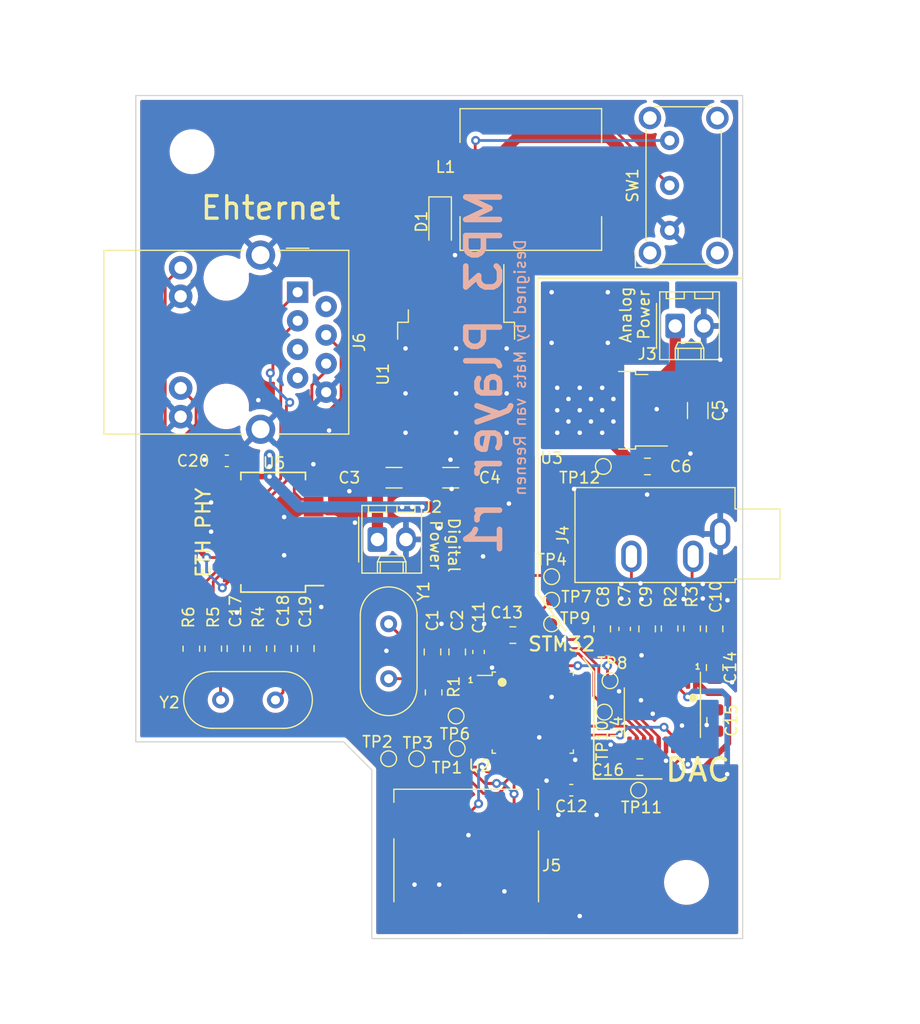
<source format=kicad_pcb>
(kicad_pcb (version 20210108) (generator pcbnew)
  (layers (0 "F.Cu" signal) (31 "B.Cu" signal) (36 "B.SilkS" user "B.Silkscreen") (37 "F.SilkS" user "F.Silkscreen") (38 "B.Mask" user) (39 "F.Mask" user) (44 "Edge.Cuts" user))
  (net 0 "")
  (net 1 "GND")
  (net 2 "Net-(C1-Pad2)")
  (net 3 "+3V3")
  (net 4 "+24V")
  (net 5 "GNDA")
  (net 6 "Net-(C5-Pad1)")
  (net 7 "SPI_ETH_CS")
  (net 8 "Net-(C14-Pad1)")
  (net 9 "Net-(C14-Pad2)")
  (net 10 "Net-(C9-Pad2)")
  (net 11 "Net-(C10-Pad2)")
  (net 12 "SPI_MOSI")
  (net 13 "SPI_MISO")
  (net 14 "SPI_CLK")
  (net 15 "Net-(C2-Pad2)")
  (net 16 "Net-(C15-Pad2)")
  (net 17 "ON{slash}~OFF")
  (net 18 "+3.3VA")
  (net 19 "/I2S3_SCK")
  (net 20 "/I2S3_LRCK")
  (net 21 "/I2S3_BCK")
  (net 22 "/I2S3_SD")
  (net 23 "Net-(C16-Pad2)")
  (net 24 "Net-(D1-Pad1)")
  (net 25 "no_connect_64")
  (net 26 "SD_CS")
  (net 27 "Net-(C17-Pad2)")
  (net 28 "/ETH_OSC1")
  (net 29 "Net-(R2-Pad1)")
  (net 30 "Net-(R3-Pad1)")
  (net 31 "Net-(C19-Pad1)")
  (net 32 "no_connect_53")
  (net 33 "/ETH_T+")
  (net 34 "no_connect_52")
  (net 35 "no_connect_54")
  (net 36 "Net-(U2-Pad18)")
  (net 37 "/ETH_T-")
  (net 38 "no_connect_55")
  (net 39 "Net-(J6-PadL3)")
  (net 40 "Net-(J6-PadL1)")
  (net 41 "/ETH_OSC2")
  (net 42 "/ETH_LEDA")
  (net 43 "/ETH_LEDB")
  (net 44 "no_connect_45")
  (net 45 "no_connect_46")
  (net 46 "no_connect_47")
  (net 47 "no_connect_48")
  (net 48 "no_connect_56")
  (net 49 "no_connect_57")
  (net 50 "no_connect_58")
  (net 51 "no_connect_59")
  (net 52 "no_connect_60")
  (net 53 "no_connect_61")
  (net 54 "no_connect_62")
  (net 55 "no_connect_63")
  (net 56 "Net-(U5-Pad14)")
  (net 57 "/ETH_R+")
  (net 58 "/ETH_R-")
  (net 59 "Net-(R1-Pad2)")
  (net 60 "Net-(TP6-Pad1)")
  (net 61 "no_connect_49")
  (net 62 "no_connect_50")
  (net 63 "no_connect_51")
  (net 64 "Net-(TP7-Pad1)")
  (footprint "Package_SO:SSOP-28_5.3x10.2mm_P0.65mm" (layer "F.Cu") (at 141.224 85.852 180)
    (fp_text reference "U5")
    (fp_text value "ENC28J60x-SS")
  )
  (footprint "Button_Switch_THT:SW_E-Switch_EG1224_SPDT_Angled" (layer "F.Cu") (at 176.5 59 90)
    (fp_text reference "SW1")
    (fp_text value "SW_SPDT")
  )
  (footprint "Capacitor_SMD:C_0603_1608Metric" (layer "F.Cu") (at 159.5 96.5 90)
    (fp_text reference "C11")
    (fp_text value "1u")
  )
  (footprint "Capacitor_SMD:C_0603_1608Metric" (layer "F.Cu") (at 137.1 79.5 180)
    (fp_text reference "C20")
    (fp_text value "1u")
  )
  (footprint "TestPoint:TestPoint_Pad_D1.0mm" (layer "F.Cu") (at 157.6 105.1)
    (fp_text reference "TP1")
    (fp_text value "TestPoint")
  )
  (footprint "Inductor_SMD:L_12x12mm_H8mm" (layer "F.Cu") (at 164.15 54.47 180)
    (fp_text reference "L1")
    (fp_text value "22u")
  )
  (footprint "Resistor_SMD:R_0805_2012Metric" (layer "F.Cu") (at 133.94 96.214 -90)
    (fp_text reference "R6")
    (fp_text value "470R")
  )
  (footprint "MountingHole:MountingHole_3.2mm_M3" (layer "F.Cu") (at 178 117)
    (fp_text reference "H2")
    (fp_text value "MountingHole")
  )
  (footprint "TestPoint:TestPoint_Pad_D1.0mm" (layer "F.Cu") (at 173.736 108.8)
    (fp_text reference "TP11")
    (fp_text value "TestPoint")
  )
  (footprint "TestPoint:TestPoint_Pad_D1.0mm" (layer "F.Cu") (at 151.5 106)
    (fp_text reference "TP2")
    (fp_text value "TestPoint")
  )
  (footprint "Capacitor_SMD:C_0805_2012Metric" (layer "F.Cu") (at 174.5 94.45 90)
    (fp_text reference "C9")
    (fp_text value "10n")
  )
  (footprint "Capacitor_SMD:C_0805_2012Metric" (layer "F.Cu") (at 162.55 95 180)
    (fp_text reference "C13")
    (fp_text value "10u")
  )
  (footprint "Resistor_SMD:R_0805_2012Metric" (layer "F.Cu") (at 155.5 100.1 -90)
    (fp_text reference "R1")
    (fp_text value "R")
  )
  (footprint "Crystal:Crystal_HC49-4H_Vertical" (layer "F.Cu") (at 151.5 94 -90)
    (fp_text reference "Y1")
    (fp_text value "8MHz")
  )
  (footprint "Capacitor_SMD:C_0805_2012Metric" (layer "F.Cu") (at 142.1 96.2 -90)
    (fp_text reference "C18")
    (fp_text value "C")
  )
  (footprint "TestPoint:TestPoint_Pad_D1.0mm" (layer "F.Cu") (at 157.5 102.2)
    (fp_text reference "TP6")
    (fp_text value "TestPoint")
  )
  (footprint "Resistor_SMD:R_0805_2012Metric" (layer "F.Cu") (at 178.5 94.4125 90)
    (fp_text reference "R3")
    (fp_text value "470R")
  )
  (footprint "Capacitor_SMD:C_1206_3216Metric" (layer "F.Cu") (at 151.975 81)
    (fp_text reference "C3")
    (fp_text value "10u@35v")
  )
  (footprint "MountingHole:MountingHole_3.2mm_M3" (layer "F.Cu") (at 134 52)
    (fp_text reference "H1")
    (fp_text value "MountingHole")
  )
  (footprint "TestPoint:TestPoint_Pad_D1.0mm" (layer "F.Cu") (at 166 94)
    (fp_text reference "TP9")
    (fp_text value "TestPoint")
  )
  (footprint "Resistor_SMD:R_0805_2012Metric" (layer "F.Cu") (at 135.89 96.204 -90)
    (fp_text reference "R5")
    (fp_text value "470R")
  )
  (footprint "Capacitor_SMD:C_0805_2012Metric" (layer "F.Cu") (at 180.51 97.89 -90)
    (fp_text reference "C14")
    (fp_text value "2u2")
  )
  (footprint "SDCards:microSD_HC_Hirose_DM3D-SF" (layer "F.Cu") (at 158.4 114.5)
    (fp_text reference "J5")
    (fp_text value "Micro_SD_Card")
  )
  (footprint "TestPoint:TestPoint_Pad_D1.0mm" (layer "F.Cu") (at 171.196 99.06)
    (fp_text reference "TP8")
    (fp_text value "TestPoint")
  )
  (footprint "Capacitor_SMD:C_0805_2012Metric" (layer "F.Cu") (at 157.6 96.5 -90)
    (fp_text reference "C2")
    (fp_text value "C")
  )
  (footprint "Capacitor_SMD:C_0805_2012Metric" (layer "F.Cu") (at 137.868 96.2 -90)
    (fp_text reference "C17")
    (fp_text value "C")
  )
  (footprint "Capacitor_SMD:C_0805_2012Metric" (layer "F.Cu") (at 170.5 94.45 90)
    (fp_text reference "C8")
    (fp_text value "10u")
  )
  (footprint "Connector_Audio:Jack_3.5mm_CUI_SJ1-3533NG_Horizontal" (layer "F.Cu") (at 181 86 -90)
    (fp_text reference "J4")
    (fp_text value "2.5mm Jack")
  )
  (footprint "Package_SO:TSSOP-20_4.4x6.5mm_P0.65mm" (layer "F.Cu") (at 175.855 101.9025 -90)
    (fp_text reference "U4")
    (fp_text value "PCM5102")
  )
  (footprint "Connector_RJ:RJ45_Bel_SI-60062-F" (layer "F.Cu") (at 143.4 64.5 -90)
    (fp_text reference "J6")
    (fp_text value "RJ45_Bel_SI-60062-F")
  )
  (footprint "Crystal:Crystal_HC49-4H_Vertical" (layer "F.Cu") (at 141.424 100.772 180)
    (fp_text reference "Y2")
    (fp_text value "25MHz")
  )
  (footprint "Capacitor_SMD:C_0603_1608Metric" (layer "F.Cu") (at 172.5 94.45 90)
    (fp_text reference "C7")
    (fp_text value "1u")
  )
  (footprint "TestPoint:TestPoint_Pad_D1.0mm" (layer "F.Cu") (at 154 106)
    (fp_text reference "TP3")
    (fp_text value "TestPoint")
  )
  (footprint "Resistor_SMD:R_0805_2012Metric" (layer "F.Cu") (at 176.5 94.4125 90)
    (fp_text reference "R2")
    (fp_text value "470R")
  )
  (footprint "Package_TO_SOT_SMD:TO-252-2" (layer "F.Cu") (at 171 75 180)
    (fp_text reference "U3")
    (fp_text value "LD1086DT33TR")
  )
  (footprint "Capacitor_SMD:C_0805_2012Metric" (layer "F.Cu") (at 174.525 80)
    (fp_text reference "C6")
    (fp_text value "10u")
  )
  (footprint "Capacitor_SMD:C_0805_2012Metric" (layer "F.Cu") (at 180.55 102.6 90)
    (fp_text reference "C15")
    (fp_text value "2u2")
  )
  (footprint "Capacitor_SMD:C_1206_3216Metric" (layer "F.Cu") (at 179 75.025 -90)
    (fp_text reference "C5")
    (fp_text value "10u@35v")
  )
  (footprint "Package_QFP:LQFP-32_7x7mm_P0.8mm" (layer "F.Cu") (at 164.325 101.9)
    (fp_text reference "U2")
    (fp_text value "STM32G431K8T6")
  )
  (footprint "Package_TO_SOT_SMD:TO-263-5_TabPin3" (layer "F.Cu") (at 157.5 70.125 -90)
    (fp_text reference "U1")
    (fp_text value "LM2596S-3.3")
  )
  (footprint "TestPoint:TestPoint_Pad_D1.0mm" (layer "F.Cu") (at 170.688 101.854)
    (fp_text reference "TP10")
    (fp_text value "TestPoint")
  )
  (footprint "Capacitor_SMD:C_0805_2012Metric" (layer "F.Cu") (at 180.5 94.45 90)
    (fp_text reference "C10")
    (fp_text value "10n")
  )
  (footprint "Resistor_SMD:R_0805_2012Metric" (layer "F.Cu") (at 139.9 96.2 90)
    (fp_text reference "R4")
    (fp_text value "R")
  )
  (footprint "TestPoint:TestPoint_Pad_D1.0mm" (layer "F.Cu") (at 170.6 80)
    (fp_text reference "TP12")
    (fp_text value "TestPoint")
  )
  (footprint "TestPoint:TestPoint_Pad_D1.0mm" (layer "F.Cu") (at 166 91.9)
    (fp_text reference "TP7")
    (fp_text value "TestPoint")
  )
  (footprint "Capacitor_SMD:C_0805_2012Metric" (layer "F.Cu") (at 144.128 96.194 -90)
    (fp_text reference "C19")
    (fp_text value "10u")
  )
  (footprint "Diode_SMD:D_SOD-123F" (layer "F.Cu") (at 156.08 58.22 -90)
    (fp_text reference "D1")
    (fp_text value "40V")
  )
  (footprint "Capacitor_SMD:C_0805_2012Metric" (layer "F.Cu") (at 173.85 106.75)
    (fp_text reference "C16")
    (fp_text value "100n")
  )
  (footprint "Connector_Molex:Molex_KK-254_AE-6410-02A_1x02_P2.54mm_Vertical" (layer "F.Cu") (at 150.5 86.5)
    (fp_text reference "J2")
    (fp_text value "24V in")
  )
  (footprint "Capacitor_SMD:C_0603_1608Metric" (layer "F.Cu") (at 167.75 108.8 180)
    (fp_text reference "C12")
    (fp_text value "1u")
  )
  (footprint "Connector_Molex:Molex_KK-254_AE-6410-02A_1x02_P2.54mm_Vertical" (layer "F.Cu") (at 177 67.5)
    (fp_text reference "J3")
    (fp_text value "Analog power")
  )
  (footprint "TestPoint:TestPoint_Pad_D1.0mm" (layer "F.Cu") (at 166 89.8)
    (fp_text reference "TP4")
    (fp_text value "TestPoint")
  )
  (footprint "Capacitor_SMD:C_0805_2012Metric" (layer "F.Cu") (at 155.4 96.5 -90)
    (fp_text reference "C1")
    (fp_text value "C")
  )
  (footprint "Capacitor_SMD:C_1206_3216Metric" (layer "F.Cu") (at 157.025 81 180)
    (fp_text reference "C4")
    (fp_text value "220u")
  )
  (gr_line (start 169.75 107.8) (end 175.8 107.8) (layer "F.SilkS") (width 0.15))
  (gr_line (start 169.75 98.25) (end 169.75 107.8) (layer "F.SilkS") (width 0.15))
  (gr_circle (center 161.6 99.2) (end 161.8 99.2) (layer "F.SilkS") (width 0.4) (fill none))
  (gr_line (start 183 63.25) (end 164.75 63.25) (layer "F.SilkS") (width 0.15))
  (gr_line (start 164.75 91.25) (end 167.2 94.6) (layer "F.SilkS") (width 0.15))
  (gr_circle (center 178.6 100.6) (end 178.8 100.6) (layer "F.SilkS") (width 0.4) (fill none))
  (gr_line (start 164.75 63.25) (end 164.75 91.25) (layer "F.SilkS") (width 0.15))
  (gr_line (start 168.8 97) (end 169.75 98.25) (layer "F.SilkS") (width 0.15))
  (gr_line (start 129 104.5) (end 129 47) (layer "Edge.Cuts") (width 0.1))
  (gr_line (start 150 122) (end 150 107) (layer "Edge.Cuts") (width 0.1))
  (gr_line (start 183 122) (end 150 122) (layer "Edge.Cuts") (width 0.1))
  (gr_line (start 129 47) (end 183 47) (layer "Edge.Cuts") (width 0.1))
  (gr_line (start 150 107) (end 147.5 104.5) (layer "Edge.Cuts") (width 0.1))
  (gr_line (start 147.5 104.5) (end 129 104.5) (layer "Edge.Cuts") (width 0.1))
  (gr_line (start 183 47) (end 183 122) (layer "Edge.Cuts") (width 0.1))
  (gr_text "MP3 Player r1\n" (at 160 71.6 90) (layer "B.SilkS") (effects (font (size 3 3) (thickness 0.5)) (justify mirror)))
  (gr_text "Designed by Mats van Reenen" (at 163.2 71.2 90) (layer "B.SilkS") (effects (font (size 1 1)) (justify mirror)))
  (gr_text "1\n" (at 179 97.8) (layer "F.SilkS") (effects (font (size 0.5 0.5) (thickness 0.125))))
  (gr_text "ETH PHY" (at 135 85.9 90) (layer "F.SilkS") (effects (font (size 1.25 1.25) (thickness 0.2))))
  (gr_text "Ehternet\n" (at 141 57) (layer "F.SilkS") (effects (font (size 2 2) (thickness 0.3))))
  (gr_text "1\n" (at 158.8 99) (layer "F.SilkS") (effects (font (size 0.5 0.5) (thickness 0.125))))
  (gr_text "Analog\nPower" (at 173.4 66.5 90) (layer "F.SilkS") (effects (font (size 1 1))))
  (gr_text "DAC" (at 179 107) (layer "F.SilkS") (effects (font (size 2 2) (thickness 0.3))))
  (gr_text "STM32" (at 166.9 95.8) (layer "F.SilkS") (effects (font (size 1.25 1.25) (thickness 0.2))))
  (gr_text "Digital\nPower" (at 156.5 87 270) (layer "F.SilkS") (effects (font (size 1 1))))
  (segment (start 177.48 99.88) (end 177.48 99.04) (width 0.25) (layer "F.Cu") (net 1))
  (segment (start 144.824 89.427) (end 143.673 89.427) (width 0.25) (layer "F.Cu") (net 1))
  (segment (start 162 68.01) (end 161.98 67.99) (width 1) (layer "F.Cu") (net 1))
  (segment (start 167.1 95.4) (end 168.42282 95.4) (width 0.25) (layer "F.Cu") (net 1))
  (segment (start 168.1 106.1) (end 167.15 106.1) (width 0.5) (layer "F.Cu") (net 1))
  (segment (start 137.624 83.577) (end 136.377 83.577) (width 0.25) (layer "F.Cu") (net 1))
  (segment (start 171.265 104.765) (end 171.25 104.75) (width 0.25) (layer "F.Cu") (net 1))
  (segment (start 171.311592 96.98859) (end 172.93 98.606998) (width 0.25) (layer "F.Cu") (net 1))
  (segment (start 172.93 98.606998) (end 172.93 99.04) (width 0.25) (layer "F.Cu") (net 1))
  (segment (start 167.15 106.1) (end 167.125 106.075) (width 0.5) (layer "F.Cu") (net 1))
  (segment (start 153.45 81) (end 155.55 81) (width 1) (layer "F.Cu") (net 1))
  (segment (start 170.01141 96.98859) (end 171.311592 96.98859) (width 0.25) (layer "F.Cu") (net 1))
  (segment (start 168.42282 95.4) (end 170.01141 96.98859) (width 0.25) (layer "F.Cu") (net 1))
  (segment (start 162 69.5) (end 162 68.01) (width 1) (layer "F.Cu") (net 1))
  (segment (start 157.4 64.25) (end 157.5 64.35) (width 0.5) (layer "F.Cu") (net 1))
  (segment (start 155.875 120.060002) (end 155.875 119.35) (width 0.25) (layer "F.Cu") (net 1))
  (segment (start 153.45 77.45) (end 153 77) (width 1) (layer "F.Cu") (net 1))
  (segment (start 176.18 104.765) (end 176.18 106.18) (width 0.25) (layer "F.Cu") (net 1))
  (segment (start 137.624 83.577) (end 138.823 83.577) (width 0.25) (layer "F.Cu") (net 1))
  (segment (start 157.4 61.2) (end 157.4 64.25) (width 0.5) (layer "F.Cu") (net 1))
  (segment (start 178.1 100.5) (end 177.48 99.88) (width 0.25) (layer "F.Cu") (net 1))
  (segment (start 172.93 104.765) (end 171.265 104.765) (width 0.25) (layer "F.Cu") (net 1))
  (segment (start 153.45 81) (end 153.45 77.45) (width 1) (layer "F.Cu") (net 1))
  (segment (start 172.9 106.75) (end 172.9 104.795) (width 0.25) (layer "F.Cu") (net 1))
  (segment (start 172.9 104.795) (end 172.93 104.765) (width 0.25) (layer "F.Cu") (net 1))
  (via (at 145.5 92.5) (size 0.8) (drill 0.4) (layers "F.Cu" "B.Cu") (net 1))
  (via (at 157.5 77) (size 0.8) (drill 0.4) (layers "F.Cu" "B.Cu") (net 1))
  (via (at 162 73.5) (size 0.8) (drill 0.4) (layers "F.Cu" "B.Cu") (net 1))
  (via (at 178.1 100.5) (size 0.8) (drill 0.4) (layers "F.Cu" "B.Cu") (net 1))
  (via (at 142.2 87.9) (size 0.8) (drill 0.4) (layers "F.Cu" "B.Cu") (net 1))
  (via (at 138 93) (size 0.8) (drill 0.4) (layers "F.Cu" "B.Cu") (net 1))
  (via (at 157.1 82) (size 0.8) (drill 0.4) (layers "F.Cu" "B.Cu") (net 1))
  (via (at 164.9 104.1) (size 0.8) (drill 0.4) (layers "F.Cu" "B.Cu") (net 1))
  (via (at 156.2 94) (size 0.8) (drill 0.4) (layers "F.Cu" "B.Cu") (net 1))
  (via (at 161.8 117.8) (size 0.8) (drill 0.4) (layers "F.Cu" "B.Cu") (net 1))
  (via (at 148 82.2) (size 0.8) (drill 0.4) (layers "F.Cu" "B.Cu") (net 1))
  (via (at 135.7 83.2) (size 0.8) (drill 0.4) (layers "F.Cu" "B.Cu") (net 1))
  (via (at 156 117.2) (size 0.8) (drill 0.4) (layers "F.Cu" "B.Cu") (net 1))
  (via (at 151.3 96.4) (size 0.8) (drill 0.4) (layers "F.Cu" "B.Cu") (net 1))
  (via (at 153.8 117.2) (size 0.8) (drill 0.4) (layers "F.Cu" "B.Cu") (net 1))
  (via (at 135.1 79.4) (size 0.8) (drill 0.4) (layers "F.Cu" "B.Cu") (net 1))
  (via (at 156 85.5) (size 0.8) (drill 0.4) (layers "F.Cu" "B.Cu") (net 1))
  (via (at 162 77) (size 0.8) (drill 0.4) (layers "F.Cu" "B.Cu") (net 1))
  (via (at 166 100.5) (size 0.8) (drill 0.4) (layers "F.Cu" "B.Cu") (net 1))
  (via (at 160.7 97.9) (size 0.8) (drill 0.4) (layers "F.Cu" "B.Cu") (net 1))
  (via (at 144.8 79.8) (size 0.8) (drill 0.4) (layers "F.Cu" "B.Cu") (net 1))
  (via (at 171.25 104.75) (size 0.8) (drill 0.4) (layers "F.Cu" "B.Cu") (net 1))
  (via (at 160 94) (size 0.8) (drill 0.4) (layers "F.Cu" "B.Cu") (net 1))
  (via (at 139.9 74.1) (size 0.8) (drill 0.4) (layers "F.Cu" "B.Cu") (net 1))
  (via (at 146.2 76.8) (size 0.8) (drill 0.4) (layers "F.Cu" "B.Cu") (net 1))
  (via (at 162 69.5) (size 0.8) (drill 0.4) (layers "F.Cu" "B.Cu") (net 1))
  (via (at 167.1 95.4) (size 0.8) (drill 0.4) (layers "F.Cu" "B.Cu") (net 1))
  (via (at 157.4 61.2) (size 0.8) (drill 0.4) (layers "F.Cu" "B.Cu") (net 1))
  (via (at 168.1 106.1) (size 0.8) (drill 0.4) (layers "F.Cu" "B.Cu") (net 1))
  (via (at 168.5 120) (size 0.8) (drill 0.4) (layers "F.Cu" "B.Cu") (net 1))
  (via (at 165.55 107.95) (size 0.8) (drill 0.4) (layers "F.Cu" "B.Cu") (net 1))
  (via (at 148.5 85) (size 0.8) (drill 0.4) (layers "F.Cu" "B.Cu") (net 1))
  (via (at 142.2 84.5) (size 0.8) (drill 0.4) (layers "F.Cu" "B.Cu") (net 1))
  (via (at 157 79.4) (size 0.8) (drill 0.4) (layers "F.Cu" "B.Cu") (net 1))
  (via (at 153 77) (size 0.8) (drill 0.4) (layers "F.Cu" "B.Cu") (net 1))
  (via (at 157.5 73.5) (size 0.8) (drill 0.4) (layers "F.Cu" "B.Cu") (net 1))
  (via (at 153 69.5) (size 0.8) (drill 0.4) (layers "F.Cu" "B.Cu") (net 1))
  (via (at 170 111) (size 0.8) (drill 0.4) (layers "F.Cu" "B.Cu") (net 1))
  (via (at 162.2 83.3) (size 0.8) (drill 0.4) (layers "F.Cu" "B.Cu") (net 1))
  (via (at 157.5 69.5) (size 0.8) (drill 0.4) (layers "F.Cu" "B.Cu") (net 1))
  (via (at 135.7 85.8) (size 0.8) (drill 0.4) (layers "F.Cu" "B.Cu") (net 1))
  (via (at 181.625 107.375) (size 0.8) (drill 0.4) (layers "F.Cu" "B.Cu") (net 1))
  (via (at 153 73.5) (size 0.8) (drill 0.4) (layers "F.Cu" "B.Cu") (net 1))
  (via (at 166.6 111) (size 0.8) (drill 0.4) (layers "F.Cu" "B.Cu") (net 1))
  (via (at 159.9 88) (size 0.8) (drill 0.4) (layers "F.Cu" "B.Cu") (net 1))
  (via (at 176.18 106.18) (size 0.8) (drill 0.4) (layers "F.Cu" "B.Cu") (net 1))
  (via (at 158.6 112.8) (size 0.8) (drill 0.4) (layers "F.Cu" "B.Cu") (net 1))
  (segment (start 178.1 100.5) (end 178.6 100) (width 0.5) (layer "B.Cu") (net 1))
  (segment (start 181.15 100) (end 181.625 100.475) (width 0.5) (layer "B.Cu") (net 1))
  (segment (start 181.625 100.475) (end 181.625 107.375) (width 0.5) (layer "B.Cu") (net 1))
  (segment (start 178.6 100) (end 181.15 100) (width 0.5) (layer "B.Cu") (net 1))
  (segment (start 155.255 98.88) (end 155.5 99.125) (width 0.25) (layer "F.Cu") (net 2))
  (segment (start 151.5 98.88) (end 155.255 98.88) (width 0.25) (layer "F.Cu") (net 2))
  (segment (start 155.5 97.45) (end 155.5 99.125) (width 0.25) (layer "F.Cu") (net 2))
  (segment (start 157.2 83.6) (end 154.5 83.6) (width 1) (layer "F.Cu") (net 3))
  (segment (start 140.9 79) (end 140.9 80.9) (width 1) (layer "F.Cu") (net 3))
  (segment (start 137.624 84.227) (end 137.624 84.877) (width 0.25) (layer "F.Cu") (net 3))
  (segment (start 134 81.6) (end 134 84.2) (width 0.5) (layer "F.Cu") (net 3))
  (segment (start 155.21 54.47) (end 159.2 54.47) (width 1) (layer "F.Cu") (net 3))
  (segment (start 159.5 97.45) (end 160.77499 96.17501) (width 0.5) (layer "F.Cu") (net 3))
  (segment (start 181.72501 104.632992) (end 176.441991 109.916011) (width 0.5) (layer "F.Cu") (net 3))
  (segment (start 163.60001 63.10999) (end 167.22 59.49) (width 1) (layer "F.Cu") (net 3))
  (segment (start 168.950011 106.950011) (end 168.950011 108.374989) (width 0.5) (layer "F.Cu") (net 3))
  (segment (start 138.2 80.9) (end 137.9 80.6) (width 0.5) (layer "F.Cu") (net 3))
  (segment (start 159.1 83.7) (end 163.5 88.1) (width 1) (layer "F.Cu") (net 3))
  (segment (start 168.7 109.6) (end 168.7 110.2) (width 0.5) (layer "F.Cu") (net 3))
  (segment (start 164.1 89.7) (end 163.5 90.3) (width 0.25) (layer "F.Cu") (net 3))
  (segment (start 166 89.7) (end 164.1 89.7) (width 0.25) (layer "F.Cu") (net 3))
  (segment (start 166.318399 103.281601) (end 167.736798 104.7) (width 0.5) (layer "F.Cu") (net 3))
  (segment (start 158.664999 121.175001) (end 158.275 120.785002) (width 0.5) (layer "F.Cu") (net 3))
  (segment (start 168.732022 110.2) (end 168.7 110.2) (width 0.5) (layer "F.Cu") (net 3))
  (segment (start 159.2 51.04) (end 159.2 54.47) (width 0.25) (layer "F.Cu") (net 3))
  (segment (start 155.8 62.21002) (end 154.49 60.90002) (width 1) (layer "F.Cu") (net 3))
  (segment (start 158.5 83.1) (end 158 83.6) (width 1) (layer "F.Cu") (net 3))
  (segment (start 169.016011 109.916011) (end 168.732022 110.2) (width 0.5) (layer "F.Cu") (net 3))
  (segment (start 168.950011 105.150011) (end 168.950011 106.950011) (width 0.5) (layer "F.Cu") (net 3))
  (segment (start 166.325 103.288202) (end 166.318399 103.281601) (width 0.5) (layer "F.Cu") (net 3))
  (segment (start 134 84.2) (end 134 86.8) (width 0.5) (layer "F.Cu") (net 3))
  (segment (start 163.60001 78.489954) (end 163.60001 63.10999) (width 1) (layer "F.Cu") (net 3))
  (segment (start 157.2 83.6) (end 159 83.6) (width 1) (layer "F.Cu") (net 3))
  (segment (start 181.72501 100.57501) (end 181.72501 104.632992) (width 0.5) (layer "F.Cu") (net 3))
  (segment (start 181.72501 100.57501) (end 181.72501 101.110044) (width 0.5) (layer "F.Cu") (net 3))
  (segment (start 167.22 59.49) (end 170.33 59.49) (width 1) (layer "F.Cu") (net 3))
  (segment (start 154.5 83.6) (end 153.6 83.6) (width 1) (layer "F.Cu") (net 3))
  (segment (start 164.1 89.7) (end 163.5 89.1) (width 0.25) (layer "F.Cu") (net 3))
  (segment (start 178.78 99.04) (end 179.91 100.17) (width 0.5) (layer "F.Cu") (net 3))
  (segment (start 168.7 110.2) (end 168.7 117.360002) (width 0.5) (layer "F.Cu") (net 3))
  (segment (start 171.96 57.86) (end 171.96 51.62) (width 1) (layer "F.Cu") (net 3))
  (segment (start 134.027 84.227) (end 134 84.2) (width 0.25) (layer "F.Cu") (net 3))
  (segment (start 137.9 79.525) (end 137.875 79.5) (width 0.5) (layer "F.Cu") (net 3))
  (segment (start 137.9 80.648) (end 137.624 80.924) (width 0.5) (layer "F.Cu") (net 3))
  (segment (start 162.32499 96.17501) (end 163.5 95) (width 0.5) (layer "F.Cu") (net 3))
  (segment (start 159.5 98.4) (end 159.5 98.45) (width 0.5) (layer "F.Cu") (net 3))
  (segment (start 137.9 80.6) (end 137.9 80.648) (width 0.5) (layer "F.Cu") (net 3))
  (segment (start 157.85001 54.30001) (end 158.1 54.55) (width 0.25) (layer "F.Cu") (net 3))
  (segment (start 179.91 100.17) (end 181.32 100.17) (width 0.5) (layer "F.Cu") (net 3))
  (segment (start 168.950011 108.374989) (end 168.525 108.8) (width 0.5) (layer "F.Cu") (net 3))
  (segment (start 176.441991 109.916011) (end 169.016011 109.916011) (width 0.5) (layer "F.Cu") (net 3))
  (segment (start 163.386809 100.350011) (end 166.318399 103.281601) (width 0.5) (layer "F.Cu") (net 3))
  (segment (start 162.136798 99.1) (end 163.386809 100.350011) (width 0.5) (layer "F.Cu") (net 3))
  (segment (start 137.624 88.127) (end 137.597 88.1) (width 0.25) (layer "F.Cu") (net 3))
  (segment (start 161.089964 81) (end 163.60001 78.489954) (width 1) (layer "F.Cu") (net 3))
  (segment (start 181.32 100.17) (end 181.72501 100.57501) (width 0.5) (layer "F.Cu") (net 3))
  (segment (start 168.7 117.360002) (end 164.885001 121.175001) (width 0.5) (layer "F.Cu") (net 3))
  (segment (start 163.5 88.1) (end 163.5 89) (width 1) (layer "F.Cu") (net 3))
  (segment (start 171.96 51.62) (end 171.06 50.72) (width 1) (layer "F.Cu") (net 3))
  (segment (start 154.49 60.90002) (end 154.49 55.19) (width 1) (layer "F.Cu") (net 3))
  (segment (start 163.5 89.1) (end 163.5 89) (width 0.25) (layer "F.Cu") (net 3))
  (segment (start 158.5 81) (end 158.5 83.1) (width 1) (layer "F.Cu") (net 3))
  (segment (start 158.275 120.785002) (end 158.275 119.85) (width 0.5) (layer "F.Cu") (net 3))
  (segment (start 153.6 83.6) (end 152.7 83.6) (width 1) (layer "F.Cu") (net 3))
  (segment (start 168.5 104.7) (end 168.950011 105.150011) (width 0.5) (layer "F.Cu") (net 3))
  (segment (start 137.624 81.627) (end 137.624 80.924) (width 0.5) (layer "F.Cu") (net 3))
  (segment (start 137.624 84.227) (end 134.027 84.227) (width 0.25) (layer "F.Cu") (net 3))
  (segment (start 166.325 106.075) (end 166.325 103.288202) (width 0.5) (layer "F.Cu") (net 3))
  (segment (start 163.5 89) (end 163.5 95) (width 1) (layer "F.Cu") (net 3))
  (segment (start 137.423 90.077) (end 136.7 90.8) (width 0.25) (layer "F.Cu") (net 3))
  (segment (start 160.15 99.1) (end 162.136798 99.1) (width 0.5) (layer "F.Cu") (net 3))
  (segment (start 159.5 97.45) (end 159.5 98.4) (width 0.5) (layer "F.Cu") (net 3))
  (segment (start 137.9 80.6) (end 137.9 79.525) (width 0.5) (layer "F.Cu") (net 3))
  (segment (start 134.7 80.9) (end 134 81.6) (width 0.5) (layer "F.Cu") (net 3))
  (segment (start 167.736798 104.7) (end 168.5 104.7) (width 0.5) (layer "F.Cu") (net 3))
  (segment (start 160.77499 96.17501) (end 162.32499 96.17501) (width 0.5) (layer "F.Cu") (net 3))
  (segment (start 154.49 55.19) (end 155.21 54.47) (width 1) (layer "F.Cu") (net 3))
  (segment (start 137.597 88.1) (end 135.3 88.1) (width 0.25) (layer "F.Cu") (net 3))
  (segment (start 137.624 90.077) (end 137.423 90.077) (width 0.25) (layer "F.Cu") (net 3))
  (segment (start 159.24 51) (end 159.2 51.04) (width 0.25) (layer "F.Cu") (net 3))
  (segment (start 168.950011 107.200011) (end 168.950011 106.950011) (width 0.5) (layer "F.Cu") (net 3))
  (segment (start 169.016011 109.916011) (end 168.7 109.6) (width 0.5) (layer "F.Cu") (net 3))
  (segment (start 138.2 80.9) (end 134.7 80.9) (width 0.5) (layer "F.Cu") (net 3))
  (segment (start 168.7 108.8) (end 168.7 109.6) (width 0.5) (layer "F.Cu") (net 3))
  (segment (start 158.5 83.1) (end 159.1 83.7) (width 1) (layer "F.Cu") (net 3))
  (segment (start 155.8 64.35) (end 155.8 62.21002) (width 1) (layer "F.Cu") (net 3))
  (segment (start 171.06 50.72) (end 162.95 50.72) (width 1) (layer "F.Cu") (net 3))
  (segment (start 138.2 80.9) (end 138.4 80.9) (width 0.5) (layer "F.Cu") (net 3))
  (segment (start 140.9 80.9) (end 138.4 80.9) (width 0.5) (layer "F.Cu") (net 3))
  (segment (start 134 86.8) (end 135.3 88.1) (width 0.5) (layer "F.Cu") (net 3))
  (segment (start 159.5 98.45) (end 160.15 99.1) (width 0.5) (layer "F.Cu") (net 3))
  (segment (start 170.33 59.49) (end 171.96 57.86) (width 1) (layer "F.Cu") (net 3))
  (segment (start 162.95 50.72) (end 159.2 54.47) (width 1) (layer "F.Cu") (net 3))
  (segment (start 158.5 81) (end 161.089964 81) (width 1) (layer "F.Cu") (net 3))
  (segment (start 164.885001 121.175001) (end 158.664999 121.175001) (width 0.5) (layer "F.Cu") (net 3))
  (via (at 135.3 88.1) (size 0.8) (drill 0.4) (layers "F.Cu" "B.Cu") (net 3))
  (via (at 140.9 79) (size 0.8) (drill 0.4) (layers "F.Cu" "B.Cu") (net 3))
  (via (at 159.24 51) (size 0.8) (drill 0.4) (layers "F.Cu" "B.Cu") (net 3))
  (via (at 152.7 83.6) (size 0.8) (drill 0.4) (layers "F.Cu" "B.Cu") (net 3))
  (via (at 140.9 80) (size 0.8) (drill 0.4) (layers "F.Cu" "B.Cu") (net 3))
  (via (at 136.7 90.8) (size 0.8) (drill 0.4) (layers "F.Cu" "B.Cu") (net 3))
  (via (at 153.6 83.6) (size 0.8) (drill 0.4) (layers "F.Cu" "B.Cu") (net 3))
  (via (at 154.5 83.6) (size 0.8) (drill 0.4) (layers "F.Cu" "B.Cu") (net 3))
  (via (at 140.9 80.9) (size 0.8) (drill 0.4) (layers "F.Cu" "B.Cu") (net 3))
  (segment (start 143.5 83.6) (end 140.9 81) (width 1) (layer "B.Cu") (net 3))
  (segment (start 140.9 80) (end 140.9 79.5) (width 1) (layer "B.Cu") (net 3))
  (segment (start 140.9 79.5) (end 140.9 79) (width 1) (layer "B.Cu") (net 3))
  (segment (start 176.5 51) (end 159.24 51) (width 0.25) (layer "B.Cu") (net 3))
  (segment (start 154.5 83.6) (end 143.5 83.6) (width 1) (layer "B.Cu") (net 3))
  (segment (start 140.9 80.9) (end 140.9 80.5) (width 1) (layer "B.Cu") (net 3))
  (segment (start 135.3 89.4) (end 135.3 88.1) (width 0.25) (layer "B.Cu") (net 3))
  (segment (start 140.9 80.5) (end 140.9 80) (width 1) (layer "B.Cu") (net 3))
  (segment (start 136.7 90.8) (end 135.3 89.4) (width 0.25) (layer "B.Cu") (net 3))
  (segment (start 140.9 81) (end 140.9 80.9) (width 1) (layer "B.Cu") (net 3))
  (segment (start 159.24 51) (end 159.2 51) (width 0.25) (layer "B.Cu") (net 3))
  (segment (start 160.039954 67.35001) (end 160.9 66.489964) (width 1) (layer "F.Cu") (net 4))
  (segment (start 150.5 81) (end 150.5 69.410036) (width 1) (layer "F.Cu") (net 4))
  (segment (start 152.560026 67.35001) (end 160.039954 67.35001) (width 1) (layer "F.Cu") (net 4))
  (segment (start 150.5 86.5) (end 150.5 81) (width 1) (layer "F.Cu") (net 4))
  (segment (start 160.9 66.489964) (end 160.9 64.35) (width 1) (layer "F.Cu") (net 4))
  (segment (start 150.5 69.410036) (end 152.560026 67.35001) (width 1) (layer "F.Cu") (net 4))
  (segment (start 172.6 93.5) (end 174.5 95.4) (width 0.5) (layer "F.Cu") (net 5))
  (segment (start 178.13 103.58) (end 177.6 103.05) (width 0.25) (layer "F.Cu") (net 5))
  (segment (start 171.5 93.8) (end 171.55 93.8) (width 0.25) (layer "F.Cu") (net 5))
  (segment (start 178.13 104.765) (end 178.13 103.58) (width 0.25) (layer "F.Cu") (net 5))
  (segment (start 178.13 104.765) (end 178.13 106.5) (width 0.5) (layer "F.Cu") (net 5))
  (segment (start 179.8 103) (end 180 103) (width 0.25) (layer "F.Cu") (net 5))
  (segment (start 173.58 99.04) (end 173.58 100.43) (width 0.25) (layer "F.Cu") (net 5))
  (segment (start 177.6 103.05) (end 177.975 103.425) (width 0.5) (layer "F.Cu") (net 5))
  (segment (start 171.9 93.6) (end 171.7 93.4) (width 0.25) (layer "F.Cu") (net 5))
  (segment (start 173.58 100.43) (end 173.95 100.8) (width 0.25) (layer "F.Cu") (net 5))
  (segment (start 172.5 93.5) (end 172.6 93.5) (width 0.5) (layer "F.Cu") (net 5))
  (segment (start 171.35 93.65) (end 171.5 93.8) (width 0.25) (layer "F.Cu") (net 5))
  (segment (start 180 103) (end 180.55 103.55) (width 0.25) (layer "F.Cu") (net 5))
  (via (at 181 70.5) (size 0.8) (drill 0.4) (layers "F.Cu" "B.Cu") (net 5))
  (via (at 174 96.8) (size 0.8) (drill 0.4) (layers "F.Cu" "B.Cu") (net 5))
  (via (at 179.45 91.75) (size 0.8) (drill 0.4) (layers "F.Cu" "B.Cu") (net 5))
  (via (at 173.95 100.8) (size 0.8) (drill 0.4) (layers "F.Cu" "B.Cu") (net 5))
  (via (at 179.45 90.45) (size 0.8) (drill 0.4) (layers "F.Cu" "B.Cu") (net 5))
  (via (at 172.2 90.45) (size 0.8) (drill 0.4) (layers "F.Cu" "B.Cu") (net 5))
  (via (at 174.5 82.5) (size 0.8) (drill 0.4) (layers "F.Cu" "B.Cu") (net 5))
  (via (at 182.05 99.2) (size 0.8) (drill 0.4) (layers "F.Cu" "B.Cu") (net 5))
  (via (at 177.75 91.8) (size 0.8) (drill 0.4) (layers "F.Cu" "B.Cu") (net 5))
  (via (at 177.75 90.5) (size 0.8) (drill 0.4) (layers "F.Cu" "B.Cu") (net 5))
  (via (at 174 91.8) (size 0.8) (drill 0.4) (layers "F.Cu" "B.Cu") (net 5))
  (via (at 177.6 103.05) (size 0.8) (drill 0.4) (layers "F.Cu" "B.Cu") (net 5))
  (via (at 175.35 74.9) (size 0.8) (drill 0.4) (layers "F.Cu" "B.Cu") (net 5))
  (via (at 179.8 103) (size 0.8) (drill 0.4) (layers "F.Cu" "B.Cu") (net 5))
  (via (at 178.13 106.5) (size 0.8) (drill 0.4) (layers "F.Cu" "B.Cu") (net 5))
  (via (at 172 100) (size 0.8) (drill 0.4) (layers "F.Cu" "B.Cu") (net 5))
  (via (at 173.9 90.4) (size 0.8) (drill 0.4) (layers "F.Cu" "B.Cu") (net 5))
  (via (at 181.65 91.9) (size 0.8) (drill 0.4) (layers "F.Cu" "B.Cu") (net 5))
  (via (at 181.5 75) (size 0.8) (drill 0.4) (layers "F.Cu" "B.Cu") (net 5))
  (via (at 168 82) (size 0.8) (drill 0.4) (layers "F.Cu" "B.Cu") (net 5))
  (via (at 178.35 78.85) (size 0.8) (drill 0.4) (layers "F.Cu" "B.Cu") (net 5))
  (via (at 172.2 91.75) (size 0.8) (drill 0.4) (layers "F.Cu" "B.Cu") (net 5))
  (via (at 175 102) (size 0.8) (drill 0.4) (layers "F.Cu" "B.Cu") (net 5))
  (segment (start 178.13 106.5) (end 178.13 105.73) (width 0.5) (layer "B.Cu") (net 5))
  (segment (start 179 73.55) (end 177.475 72.025) (width 1) (layer "F.Cu") (net 6))
  (segment (start 175.91 72.01) (end 175.2 72.72) (width 1) (layer "F.Cu") (net 6))
  (segment (start 175.925 72.025) (end 177.475 72.025) (width 1) (layer "F.Cu") (net 6))
  (segment (start 177 71.55) (end 177 70.92) (width 1) (layer "F.Cu") (net 6))
  (segment (start 177 67.5) (end 177 70.92) (width 1) (layer "F.Cu") (net 6))
  (segment (start 175.91 72.01) (end 175.925 72.025) (width 1) (layer "F.Cu") (net 6))
  (segment (start 177 70.92) (end 175.91 72.01) (width 1) (layer "F.Cu") (net 6))
  (segment (start 177.475 72.025) (end 177 71.55) (width 1) (layer "F.Cu") (net 6))
  (segment (start 148.4 86.69) (end 146.587 84.877) (width 0.25) (layer "F.Cu") (net 7))
  (segment (start 148.4 86.69) (end 148.36 86.65) (width 0.25) (layer "F.Cu") (net 7))
  (segment (start 155.521435 103.185011) (end 155.506446 103.2) (width 0.25) (layer "F.Cu") (net 7))
  (segment (start 155.506446 103.2) (end 152.7 103.2) (width 0.25) (layer "F.Cu") (net 7))
  (segment (start 158.685011 103.185011) (end 155.521435 103.185011) (width 0.25) (layer "F.Cu") (net 7))
  (segment (start 148.4 98.9) (end 148.4 86.69) (width 0.25) (layer "F.Cu") (net 7))
  (segment (start 148.4 98.9) (end 152.7 103.2) (width 0.25) (layer "F.Cu") (net 7))
  (segment (start 160.15 103.9) (end 159.4 103.9) (width 0.25) (layer "F.Cu") (net 7))
  (segment (start 159.4 103.9) (end 158.685011 103.185011) (width 0.25) (layer "F.Cu") (net 7))
  (segment (start 146.587 84.877) (end 144.824 84.877) (width 0.25) (layer "F.Cu") (net 7))
  (segment (start 179.95 97.5) (end 180.51 96.94) (width 0.25) (layer "F.Cu") (net 8))
  (segment (start 176.83 98.101462) (end 177.431462 97.5) (width 0.25) (layer "F.Cu") (net 8))
  (segment (start 176.83 99.04) (end 176.83 98.101462) (width 0.25) (layer "F.Cu") (net 8))
  (segment (start 177.431462 97.5) (end 179.95 97.5) (width 0.25) (layer "F.Cu") (net 8))
  (segment (start 179.67749 97.97749) (end 178.45501 97.97749) (width 0.25) (layer "F.Cu") (net 9))
  (segment (start 179.67749 97.97749) (end 180.51 98.81) (width 0.25) (layer "F.Cu") (net 9))
  (segment (start 178.13 98.3025) (end 178.13 99.04) (width 0.25) (layer "F.Cu") (net 9))
  (segment (start 178.45501 97.97749) (end 178.13 98.3025) (width 0.25) (layer "F.Cu") (net 9))
  (segment (start 180.51 98.81) (end 180.51 98.84) (width 0.25) (layer "F.Cu") (net 9))
  (segment (start 174.5 93.5) (end 173.1 92.1) (width 0.25) (layer "F.Cu") (net 10))
  (segment (start 173.1 92.1) (end 173.1 88) (width 0.25) (layer "F.Cu") (net 10))
  (segment (start 173.1 88) (end 173.05 88.05) (width 0.25) (layer "F.Cu") (net 10))
  (segment (start 174.5 93.5) (end 176.5 93.5) (width 0.25) (layer "F.Cu") (net 10))
  (segment (start 178.5 93.5) (end 180.5 93.5) (width 0.25) (layer "F.Cu") (net 11))
  (segment (start 178.6 93.4) (end 178.5 93.5) (width 0.25) (layer "F.Cu") (net 11))
  (segment (start 178.5 88.1) (end 178.5 93.5) (width 0.25) (layer "F.Cu") (net 11))
  (segment (start 178.6 88) (end 178.5 88.1) (width 0.25) (layer "F.Cu") (net 11))
  (segment (start 145.733648 86.177) (end 147.43 87.873352) (width 0.25) (layer "F.Cu") (net 12))
  (segment (start 154.85 104.85) (end 155 105) (width 0.25) (layer "F.Cu") (net 12))
  (segment (start 163.925 106.825) (end 162.66 108.09) (width 0.25) (layer "F.Cu") (net 12))
  (segment (start 147.43 87.873352) (end 147.43 99.33) (width 0.25) (layer "F.Cu") (net 12))
  (segment (start 157.22 107.22) (end 159.09 107.22) (width 0.25) (layer "F.Cu") (net 12))
  (segment (start 163.925 106.075) (end 163.925 106.825) (width 0.25) (layer "F.Cu") (net 12))
  (segment (start 162.66 110.4) (end 159.375 113.685) (width 0.25) (layer "F.Cu") (net 12))
  (segment (start 160.31 108.2) (end 161.1 108.2) (width 0.25) (layer "F.Cu") (net 12))
  (segment (start 160.07 108.2) (end 161.1 108.2) (width 0.25) (layer "F.Cu") (net 12))
  (segment (start 154.85 105.15) (end 154.85 104.85) (width 0.25) (layer "F.Cu") (net 12))
  (segment (start 154.3 104.3) (end 154.85 104.85) (width 0.25) (layer "F.Cu") (net 12))
  (segment (start 155.15 105.15) (end 154.85 105.15) (width 0.25) (layer "F.Cu") (net 12))
  (segment (start 147.43 99.33) (end 152.4 104.3) (width 0.25) (layer "F.Cu") (net 12))
  (segment (start 154.85 105.15) (end 155 105) (width 0.25) (layer "F.Cu") (net 12))
  (segment (start 155 105) (end 155.2 105.2) (width 0.25) (layer "F.Cu") (net 12))
  (segment (start 154 106) (end 154.85 105.15) (width 0.25) (layer "F.Cu") (net 12))
  (segment (start 159.09 107.22) (end 160.07 108.2) (width 0.25) (layer "F.Cu") (net 12))
  (segment (start 155.2 105.2) (end 155.15 105.15) (width 0.25) (layer "F.Cu") (net 12))
  (segment (start 152.4 104.3) (end 154.3 104.3) (width 0.25) (layer "F.Cu") (net 12))
  (segment (start 155.2 105.2) (end 157.22 107.22) (width 0.25) (layer "F.Cu") (net 12))
  (segment (start 162.66 108.09) (end 162.66 109.13) (width 0.25) (layer "F.Cu") (net 12))
  (segment (start 162.66 109.13) (end 162.66 110.4) (width 0.25) (layer "F.Cu") (net 12))
  (segment (start 159.375 113.685) (end 159.375 119.85) (width 0.25) (layer "F.Cu") (net 12))
  (segment (start 144.824 86.177) (end 145.733648 86.177) (width 0.25) (layer "F.Cu") (net 12))
  (via (at 162.66 109.13) (size 0.8) (drill 0.4) (layers "F.Cu" "B.Cu") (net 12))
  (via (at 161.1 108.2) (size 0.8) (drill 0.4) (layers "F.Cu" "B.Cu") (net 12))
  (segment (start 162.66 109.13) (end 161.73 108.2) (width 0.25) (layer "B.Cu") (net 12))
  (segment (start 161.73 108.2) (end 161.1 108.2) (width 0.25) (layer "B.Cu") (net 12))
  (segment (start 161.825011 108.124989) (end 161.825011 108.548006) (width 0.25) (layer "F.Cu") (net 13))
  (segment (start 158.213491 108.513491) (end 158.363492 108.363492) (width 0.25) (layer "F.Cu") (net 13))
  (segment (start 158.363492 108.363492) (end 158.58 108.146983) (width 0.25) (layer "F.Cu") (net 13))
  (segment (start 152.1 105.1) (end 152.25 105.25) (width 0.25) (layer "F.Cu") (net 13))
  (segment (start 152.1 105.4) (end 152.25 105.25) (width 0.25) (layer "F.Cu") (net 13))
  (segment (start 154.08 108.08) (end 153 107) (width 0.25) (layer "F.Cu") (net 13))
  (segment (start 146.92 88.013352) (end 146.92 99.92) (width 0.25) (layer "F.Cu") (net 13))
  (segment (start 158.08 108.08) (end 154.08 108.08) (width 0.25) (layer "F.Cu") (net 13))
  (segment (start 152.1 105.4) (end 152.1 105.1) (width 0.25) (layer "F.Cu") (net 13))
  (segment (start 152.4 105.4) (end 152.1 105.4) (width 0.25) (layer "F.Cu") (net 13))
  (segment (start 154.975 119.85) (end 154.975 111.751983) (width 0.25) (layer "F.Cu") (net 13))
  (segment (start 158.58 108.146983) (end 158.58 108.08) (width 0.25) (layer "F.Cu") (net 13))
  (segment (start 153 107) (end 153 106) (width 0.25) (layer "F.Cu") (net 13))
  (segment (start 144.824 86.827) (end 145.733648 86.827) (width 0.25) (layer "F.Cu") (net 13))
  (segment (start 146.92 99.92) (end 152.1 105.1) (width 0.25) (layer "F.Cu") (net 13))
  (segment (start 158.213491 108.213491) (end 158.213491 108.513491) (width 0.25) (layer "F.Cu") (net 13))
  (segment (start 145.733648 86.827) (end 146.92 88.013352) (width 0.25) (layer "F.Cu") (net 13))
  (segment (start 161.825011 108.548006) (end 161.293017 109.08) (width 0.25) (layer "F.Cu") (net 13))
  (segment (start 159.91 109.08) (end 158.91 108.08) (width 0.25) (layer "F.Cu") (net 13))
  (segment (start 154.975 111.751983) (end 158.213491 108.513491) (width 0.25) (layer "F.Cu") (net 13))
  (segment (start 158.08 108.08) (end 158.2 108.2) (width 0.25) (layer "F.Cu") (net 13))
  (segment (start 158.2 108.2) (end 158.213491 108.213491) (width 0.25) (layer "F.Cu") (net 13))
  (segment (start 163.125 106.075) (end 163.125 106.825) (width 0.25) (layer "F.Cu") (net 13))
  (segment (start 158.91 108.08) (end 158.58 108.08) (width 0.25) (layer "F.Cu") (net 13))
  (segment (start 158.58 108.08) (end 158.08 108.08) (width 0.25) (layer "F.Cu") (net 13))
  (segment (start 158.2 108.2) (end 158.363492 108.363492) (width 0.25) (layer "F.Cu") (net 13))
  (segment (start 161.293017 109.08) (end 159.91 109.08) (width 0.25) (layer "F.Cu") (net 13))
  (segment (start 153 106) (end 152.4 105.4) (width 0.25) (layer "F.Cu") (net 13))
  (segment (start 163.125 106.825) (end 161.825011 108.124989) (width 0.25) (layer "F.Cu") (net 13))
  (segment (start 152.4 105.4) (end 152.25 105.25) (width 0.25) (layer "F.Cu") (net 13))
  (segment (start 151.5 106) (end 152.1 105.4) (width 0.25) (layer "F.Cu") (net 13))
  (segment (start 144.824 85.527) (end 146.387 85.527) (width 0.25) (layer "F.Cu") (net 14))
  (segment (start 156.9 105.8) (end 156.78 105.92) (width 0.25) (layer "F.Cu") (net 14))
  (segment (start 159.5 110) (end 157.175 112.325) (width 0.25) (layer "F.Cu") (net 14))
  (segment (start 156.78 105.92) (end 156.78 106.02) (width 0.25) (layer "F.Cu") (net 14))
  (segment (start 156.88 105.82) (end 156.88 106.12) (width 0.25) (layer "F.Cu") (net 14))
  (segment (start 147.88 99.08) (end 147.94998 99.14998) (width 0.25) (layer "F.Cu") (net 14))
  (segment (start 162.325 106.825) (end 162.325 106.075) (width 0.25) (layer "F.Cu") (net 14))
  (segment (start 159.81 106.74) (end 160.22001 107.15001) (width 0.25) (layer "F.Cu") (net 14))
  (segment (start 157.175 112.325) (end 157.175 114.825) (width 0.25) (layer "F.Cu") (net 14))
  (segment (start 147.88 99.08) (end 152.6 103.8) (width 0.25) (layer "F.Cu") (net 14))
  (segment (start 156.53 105.77) (end 156.78 106.02) (width 0.25) (layer "F.Cu") (net 14))
  (segment (start 157.5 106.74) (end 158.26 106.74) (width 0.25) (layer "F.Cu") (net 14))
  (segment (start 156.78 106.02) (end 156.88 106.12) (width 0.25) (layer "F.Cu") (net 14))
  (segment (start 157.6 105.1) (end 156.9 105.8) (width 0.25) (layer "F.Cu") (net 14))
  (segment (start 152.6 103.8) (end 154.56 103.8) (width 0.25) (layer "F.Cu") (net 14))
  (segment (start 160.22001 107.15001) (end 161.99999 107.15001) (width 0.25) (layer "F.Cu") (net 14))
  (segment (start 156.56 105.8) (end 156.9 105.8) (width 0.25) (layer "F.Cu") (net 14))
  (segment (start 146.387 85.527) (end 147.88 87.02) (width 0.25) (layer "F.Cu") (net 14))
  (segment (start 157.175 112.325) (end 157.175 119.85) (width 0.25) (layer "F.Cu") (net 14))
  (segment (start 147.88 87.02) (end 147.88 99.08) (width 0.25) (layer "F.Cu") (net 14))
  (segment (start 156.53 105.77) (end 156.56 105.8) (width 0.25) (layer "F.Cu") (net 14))
  (segment (start 161.99999 107.15001) (end 162.325 106.825) (width 0.25) (layer "F.Cu") (net 14))
  (segment (start 156.88 106.12) (end 157.5 106.74) (width 0.25) (layer "F.Cu") (net 14))
  (segment (start 156.9 105.8) (end 156.88 105.82) (width 0.25) (layer "F.Cu") (net 14))
  (segment (start 158.26 106.74) (end 159.81 106.74) (width 0.25) (layer "F.Cu") (net 14))
  (segment (start 154.56 103.8) (end 156.53 105.77) (width 0.25) (layer "F.Cu") (net 14))
  (via (at 159.81 106.74) (size 0.8) (drill 0.4) (layers "F.Cu" "B.Cu") (net 14))
  (via (at 159.5 110) (size 0.8) (drill 0.4) (layers "F.Cu" "B.Cu") (net 14))
  (segment (start 159.81 106.74) (end 159.5 107.05) (width 0.25) (layer "B.Cu") (net 14))
  (segment (start 159.5 107.05) (end 159.5 110) (width 0.25) (layer "B.Cu") (net 14))
  (segment (start 151.5 94) (end 154.12499 96.62499) (width 0.25) (layer "F.Cu") (net 15))
  (segment (start 159.450001 99.9) (end 160.15 99.9) (width 0.25) (layer "F.Cu") (net 15))
  (segment (start 154.12499 96.62499) (end 156.67499 96.62499) (width 0.25) (layer "F.Cu") (net 15))
  (segment (start 157.5 97.45) (end 157.5 97.949999) (width 0.25) (layer "F.Cu") (net 15))
  (segment (start 156.67499 96.62499) (end 157.5 97.45) (width 0.25) (layer "F.Cu") (net 15))
  (segment (start 157.5 97.949999) (end 159.450001 99.9) (width 0.25) (layer "F.Cu") (net 15))
  (segment (start 176.18 99.7775) (end 176.2 99.7975) (width 0.25) (layer "F.Cu") (net 16))
  (segment (start 177.1 101.65) (end 180.55 101.65) (width 0.25) (layer "F.Cu") (net 16))
  (segment (start 176.18 99.04) (end 176.18 99.7775) (width 0.25) (layer "F.Cu") (net 16))
  (segment (start 176.2 100.75) (end 177.1 101.65) (width 0.25) (layer "F.Cu") (net 16))
  (segment (start 176.2 99.7975) (end 176.2 100.75) (width 0.25) (layer "F.Cu") (net 16))
  (segment (start 154.1 64.35) (end 154.1 62.1) (width 0.25) (layer "F.Cu") (net 17))
  (segment (start 171.401735 49.894981) (end 176.5 54.993246) (width 0.25) (layer "F.Cu") (net 17))
  (segment (start 153.4 55.113246) (end 158.618266 49.89498) (width 0.25) (layer "F.Cu") (net 17))
  (segment (start 176.5 54.993246) (end 176.5 55) (width 0.25) (layer "F.Cu") (net 17))
  (segment (start 154.1 62.1) (end 153.4 61.4) (width 0.25) (layer "F.Cu") (net 17))
  (segment (start 153.4 61.4) (end 153.4 55.113246) (width 0.25) (layer "F.Cu") (net 17))
  (segment (start 158.618266 49.89498) (end 171.401735 49.894981) (width 0.25) (layer "F.Cu") (net 17))
  (segment (start 174.23 98.174666) (end 174.23 99.04) (width 0.5) (layer "F.Cu") (net 18))
  (segment (start 168 85.05) (end 171.775 81.275) (width 1) (layer "F.Cu") (net 18))
  (segment (start 176.6525 102.2) (end 177.29641 102.2) (width 0.25) (layer "F.Cu") (net 18))
  (segment (start 171.775 81.175) (end 171.775 81.275) (width 0.25) (layer "F.Cu") (net 18))
  (segment (start 170.5 95.4) (end 170.536188 95.4) (width 0.5) (layer "F.Cu") (net 18))
  (segment (start 171.775 81.275) (end 173.05 80) (width 1) (layer "F.Cu") (net 18))
  (segment (start 172.5 95.4) (end 172.5 97.363812) (width 0.5) (layer "F.Cu") (net 18))
  (segment (start 168 93.625) (end 169.775 95.4) (width 1) (layer "F.Cu") (net 18))
  (segment (start 169.775 95.4) (end 170.5 95.4) (width 1) (layer "F.Cu") (net 18))
  (segment (start 178.78 104.22) (end 178.78 102.98) (width 0.5) (layer "F.Cu") (net 18))
  (segment (start 174.23 99.7775) (end 174.72625 100.27375) (width 0.25) (layer "F.Cu") (net 18))
  (segment (start 172.988678 97.85249) (end 173.907824 97.85249) (width 0.5) (layer "F.Cu") (net 18))
  (segment (start 172.568094 97.431906) (end 172.988678 97.85249) (width 0.5) (layer "F.Cu") (net 18))
  (segment (start 174.23 99.04) (end 174.23 99.7775) (width 0.25) (layer "F.Cu") (net 18))
  (segment (start 177.29641 102.2) (end 178 102.2) (width 0.25) (layer "F.Cu") (net 18))
  (segment (start 176.6525 102.2) (end 176.836814 102.2) (width 0.5) (layer "F.Cu") (net 18))
  (segment (start 176.6525 102.2) (end 174.72625 100.27375) (width 0.5) (layer "F.Cu") (net 18))
  (segment (start 173.907824 97.85249) (end 174.23 98.174666) (width 0.5) (layer "F.Cu") (net 18))
  (segment (start 170.5 95.4) (end 172.5 95.4) (width 0.5) (layer "F.Cu") (net 18))
  (segment (start 173.05 80) (end 173.05 79.55) (width 1) (layer "F.Cu") (net 18))
  (segment (start 178.78 102.98) (end 178.15 102.35) (width 0.5) (layer "F.Cu") (net 18))
  (segment (start 172.5 97.363812) (end 172.568094 97.431906) (width 0.5) (layer "F.Cu") (net 18))
  (segment (start 178 102.2) (end 178.15 102.35) (width 0.25) (layer "F.Cu") (net 18))
  (segment (start 168 85.05) (end 168 93.625) (width 1) (layer "F.Cu") (net 18))
  (segment (start 178.78 104.765) (end 178.78 104.22) (width 0.25) (layer "F.Cu") (net 18))
  (segment (start 170.6 80) (end 171.775 81.175) (width 0.25) (layer "F.Cu") (net 18))
  (segment (start 173.05 79.55) (end 170.5 77) (width 1) (layer "F.Cu") (net 18))
  (via (at 167.5 76) (size 0.8) (drill 0.4) (layers "F.Cu" "B.Cu") (net 18))
  (via (at 168.5 77) (size 0.8) (drill 0.4) (layers "F.Cu" "B.Cu") (net 18))
  (via (at 170.5 73) (size 0.8) (drill 0.4) (layers "F.Cu" "B.Cu") (net 18))
  (via (at 166 69) (size 0.8) (drill 0.4) (layers "F.Cu" "B.Cu") (net 18))
  (via (at 168.5 75) (size 0.8) (drill 0.4) (layers "F.Cu" "B.Cu") (net 18))
  (via (at 166.5 75) (size 0.8) (drill 0.4) (layers "F.Cu" "B.Cu") (net 18))
  (via (at 168.5 73) (size 0.8) (drill 0.4) (layers "F.Cu" "B.Cu") (net 18))
  (via (at 170.5 77) (size 0.8) (drill 0.4) (layers "F.Cu" "B.Cu") (net 18))
  (via (at 166 64.5) (size 0.8) (drill 0.4) (layers "F.Cu" "B.Cu") (net 18))
  (via (at 166.5 77) (size 0.8) (drill 0.4) (layers "F.Cu" "B.Cu") (net 18))
  (via (at 171 64.5) (size 0.8) (drill 0.4) (layers "F.Cu" "B.Cu") (net 18))
  (via (at 171.5 74) (size 0.8) (drill 0.4) (layers "F.Cu" "B.Cu") (net 18))
  (via (at 170.5 75) (size 0.8) (drill 0.4) (layers "F.Cu" "B.Cu") (net 18))
  (via (at 169.5 76) (size 0.8) (drill 0.4) (layers "F.Cu" "B.Cu") (net 18))
  (via (at 171.5 76) (size 0.8) (drill 0.4) (layers "F.Cu" "B.Cu") (net 18))
  (via (at 166.5 73) (size 0.8) (drill 0.4) (layers "F.Cu" "B.Cu") (net 18))
  (via (at 167.5 74) (size 0.8) (drill 0.4) (layers "F.Cu" "B.Cu") (net 18))
  (via (at 171 69) (size 0.8) (drill 0.4) (layers "F.Cu" "B.Cu") (net 18))
  (via (at 169.5 74) (size 0.8) (drill 0.4) (layers "F.Cu" "B.Cu") (net 18))
  (segment (start 173.58 104.765) (end 173.58 105.891796) (width 0.25) (layer "F.Cu") (net 19))
  (segment (start 173.58 104.765) (end 173.58 104.0275) (width 0.25) (layer "F.Cu") (net 19))
  (segment (start 173.58 104.0275) (end 172.6525 103.1) (width 0.25) (layer "F.Cu") (net 19))
  (segment (start 172.6525 103.1) (end 168.5 103.1) (width 0.25) (layer "F.Cu") (net 19))
  (segment (start 173.736 106.047796) (end 173.736 108.966) (width 0.25) (layer "F.Cu") (net 19))
  (segment (start 173.58 105.891796) (end 173.736 106.047796) (width 0.25) (layer "F.Cu") (net 19))
  (segment (start 167.125 97.725) (end 168.325 97.725) (width 0.25) (layer "F.Cu") (net 20))
  (segment (start 170.99 99.06) (end 170.975 99.075) (width 0.25) (layer "F.Cu") (net 20))
  (segment (start 170.975 99.075) (end 170.975 97.725) (width 0.25) (layer "F.Cu") (net 20))
  (segment (start 170.975 100.109) (end 170.975 99.075) (width 0.25) (layer "F.Cu") (net 20))
  (segment (start 175.53 104.05468) (end 172.82532 101.35) (width 0.25) (layer "F.Cu") (net 20))
  (segment (start 172.216 101.35) (end 170.975 100.109) (width 0.25) (layer "F.Cu") (net 20))
  (segment (start 175.53 104.765) (end 175.53 104.05468) (width 0.25) (layer "F.Cu") (net 20))
  (segment (start 172.82532 101.35) (end 172.216 101.35) (width 0.25) (layer "F.Cu") (net 20))
  (segment (start 171.196 99.06) (end 170.99 99.06) (width 0.25) (layer "F.Cu") (net 20))
  (via (at 168.325 97.725) (size 0.8) (drill 0.4) (layers "F.Cu" "B.Cu") (net 20))
  (via (at 170.975 97.725) (size 0.8) (drill 0.4) (layers "F.Cu" "B.Cu") (net 20))
  (segment (start 168.325 97.725) (end 170.775 97.725) (width 0.25) (layer "B.Cu") (net 20))
  (segment (start 170.775 97.725) (end 170.975 97.725) (width 0.25) (layer "B.Cu") (net 20))
  (segment (start 166.65001 96.64999) (end 168.39999 96.64999) (width 0.25) (layer "F.Cu") (net 21))
  (segment (start 169.75 100.408) (end 170.971 101.629) (width 0.25) (layer "F.Cu") (net 21))
  (segment (start 169.75 98) (end 169.75 100.408) (width 0.25) (layer "F.Cu") (net 21))
  (segment (start 171.842 102.5) (end 172.7025 102.5) (width 0.25) (layer "F.Cu") (net 21))
  (segment (start 174.23 104.0275) (end 174.23 104.765) (width 0.25) (layer "F.Cu") (net 21))
  (segment (start 170.688 101.854) (end 170.913 101.629) (width 0.25) (layer "F.Cu") (net 21))
  (segment (start 168.39999 96.64999) (end 169.75 98) (width 0.25) (layer "F.Cu") (net 21))
  (segment (start 172.7025 102.5) (end 174.23 104.0275) (width 0.25) (layer "F.Cu") (net 21))
  (segment (start 166.325 96.975) (end 166.65001 96.64999) (width 0.25) (layer "F.Cu") (net 21))
  (segment (start 166.325 97.725) (end 166.325 96.975) (width 0.25) (layer "F.Cu") (net 21))
  (segment (start 170.971 101.629) (end 171.842 102.5) (width 0.25) (layer "F.Cu") (net 21))
  (segment (start 170.913 101.629) (end 170.971 101.629) (width 0.25) (layer "F.Cu") (net 21))
  (segment (start 172.888901 102.049991) (end 174.88 104.04109) (width 0.25) (layer "F.Cu") (net 22))
  (segment (start 174.88 104.04109) (end 174.88 104.765) (width 0.25) (layer "F.Cu") (net 22))
  (segment (start 165.354 96.346) (end 165.267 96.433) (width 0.25) (layer "F.Cu") (net 22))
  (segment (start 166 94) (end 166 95.7) (width 0.25) (layer "F.Cu") (net 22))
  (segment (start 172.279567 102.049991) (end 172.888901 102.049991) (width 0.25) (layer "F.Cu") (net 22))
  (segment (start 170.20001 97.8136) (end 170.20001 99.970434) (width 0.25) (layer "F.Cu") (net 22))
  (segment (start 165.50002 96.19998) (end 166.199981 96.199981) (width 0.25) (layer "F.Cu") (net 22))
  (segment (start 165.267 96.433) (end 165.50002 96.19998) (width 0.25) (layer "F.Cu") (net 22))
  (segment (start 166 95.7) (end 165.50002 96.19998) (width 0.25) (layer "F.Cu") (net 22))
  (segment (start 165.9 95.8) (end 165.9 96) (width 0.25) (layer "F.Cu") (net 22))
  (segment (start 165.9 96) (end 166.099981 96.199981) (width 0.25) (layer "F.Cu") (net 22))
  (segment (start 164.725 97.725) (end 164.725 96.975) (width 0.25) (layer "F.Cu") (net 22))
  (segment (start 168.586391 96.199981) (end 170.20001 97.8136) (width 0.25) (layer "F.Cu") (net 22))
  (segment (start 170.20001 99.970434) (end 172.279567 102.049991) (width 0.25) (layer "F.Cu") (net 22))
  (segment (start 164.725 96.975) (end 165.267 96.433) (width 0.25) (layer "F.Cu") (net 22))
  (segment (start 166.199981 96.199981) (end 168.586391 96.199981) (width 0.25) (layer "F.Cu") (net 22))
  (segment (start 177.48 105.953002) (end 176.18715 107.245852) (width 0.25) (layer "F.Cu") (net 23))
  (segment (start 177.48 105.453556) (end 177.48 105.953002) (width 0.25) (layer "F.Cu") (net 23))
  (segment (start 176.18715 107.245852) (end 175.295852 107.245852) (width 0.25) (layer "F.Cu") (net 23))
  (segment (start 177.48 105.453556) (end 177.48 104.765) (width 0.25) (layer "F.Cu") (net 23))
  (segment (start 175.295852 107.245852) (end 174.8 106.75) (width 0.25) (layer "F.Cu") (net 23))
  (segment (start 159.2 59.94) (end 159.2 62.210036) (width 1) (layer "F.Cu") (net 24))
  (segment (start 163.63 59.94) (end 169.1 54.47) (width 1) (layer "F.Cu") (net 24))
  (segment (start 156.08 56.82) (end 159.2 59.94) (width 1) (layer "F.Cu") (net 24))
  (segment (start 159.2 59.94) (end 163.63 59.94) (width 1) (layer "F.Cu") (net 24))
  (segment (start 159.2 59.94) (end 159.2 64.35) (width 1) (layer "F.Cu") (net 24))
  (segment (start 164.800001 110.085001) (end 164.435003 110.449999) (width 0.25) (layer "F.Cu") (net 26))
  (segment (start 164.725 106.075) (end 164.800001 106.150001) (width 0.25) (layer "F.Cu") (net 26))
  (segment (start 164.800001 106.150001) (end 164.800001 110.085001) (width 0.25) (layer "F.Cu") (net 26))
  (segment (start 163.450001 110.449999) (end 160.475 113.425) (width 0.25) (layer "F.Cu") (net 26))
  (segment (start 164.435003 110.449999) (end 163.450001 110.449999) (width 0.25) (layer "F.Cu") (net 26))
  (segment (start 160.475 113.425) (end 160.475 119.85) (width 0.25) (layer "F.Cu") (net 26))
  (segment (start 139.9 97.1125) (end 137.9055 97.1125) (width 0.25) (layer "F.Cu") (net 27))
  (segment (start 136.544 98.474) (end 136.544 100.772) (width 0.25) (layer "F.Cu") (net 27))
  (segment (start 137.868 97.15) (end 136.544 98.474) (width 0.25) (layer "F.Cu") (net 27))
  (segment (start 137.9055 97.1125) (end 137.868 97.15) (width 0.25) (layer "F.Cu") (net 27))
  (segment (start 142.1 97.15) (end 142.1 100.096) (width 0.25) (layer "F.Cu") (net 28))
  (segment (start 138.533648 86.827) (end 141.04998 89.343332) (width 0.25) (layer "F.Cu") (net 28))
  (segment (start 142.1 100.096) (end 141.424 100.772) (width 0.25) (layer "F.Cu") (net 28))
  (segment (start 137.624 86.827) (end 138.533648 86.827) (width 0.25) (layer "F.Cu") (net 28))
  (segment (start 141.04998 96.09998) (end 142.1 97.15) (width 0.25) (layer "F.Cu") (net 28))
  (segment (start 141.04998 89.343332) (end 141.04998 96.09998) (width 0.25) (layer "F.Cu") (net 28))
  (segment (start 174.88 97.92) (end 176.5 96.3) (width 0.25) (layer "F.Cu") (net 29))
  (segment (start 174.88 99.04) (end 174.88 97.92) (width 0.25) (layer "F.Cu") (net 29))
  (segment (start 176.5 96.3) (end 176.5 95.325) (width 0.25) (layer "F.Cu") (net 29))
  (segment (start 175.53 99.04) (end 175.53 98.3025) (width 0.25) (layer "F.Cu") (net 30))
  (segment (start 178.5 95.3325) (end 178.5 95.325) (width 0.25) (layer "F.Cu") (net 30))
  (segment (start 175.53 98.3025) (end 178.5 95.3325) (width 0.25) (layer "F.Cu") (net 30))
  (segment (start 144.128 90.773) (end 144.128 95.244) (width 0.25) (layer "F.Cu") (net 31))
  (segment (start 144.824 90.077) (end 144.128 90.773) (width 0.25) (layer "F.Cu") (net 31))
  (segment (start 137.624 82.927) (end 139.173 82.927) (width 0.25) (layer "F.Cu") (net 33))
  (segment (start 142.4 81.273889) (end 142.4 74.6) (width 0.25) (layer "F.Cu") (net 33))
  (segment (start 141.2 71.46) (end 141.2 66.7) (width 0.25) (layer "F.Cu") (net 33))
  (segment (start 142.4 74.6) (end 142.7 74.3) (width 0.25) (layer "F.Cu") (net 33))
  (segment (start 140.896869 82.77702) (end 142.4 81.273889) (width 0.25) (layer "F.Cu") (net 33))
  (segment (start 141.2 66.7) (end 143.4 64.5) (width 0.25) (layer "F.Cu") (net 33))
  (segment (start 139.32298 82.77702) (end 140.896869 82.77702) (width 0.25) (layer "F.Cu") (net 33))
  (segment (start 139.173 82.927) (end 139.32298 82.77702) (width 0.25) (layer "F.Cu") (net 33))
  (segment (start 140.97 71.69) (end 141.2 71.46) (width 0.25) (layer "F.Cu") (net 33))
  (via (at 142.7 74.3) (size 0.8) (drill 0.4) (layers "F.Cu" "B.Cu") (net 33))
  (via (at 140.97 71.69) (size 0.8) (drill 0.4) (layers "F.Cu" "B.Cu") (net 33))
  (segment (start 140.97 72.57) (end 142.7 74.3) (width 0.25) (layer "B.Cu") (net 33))
  (segment (start 140.97 71.69) (end 140.97 72.57) (width 0.25) (layer "B.Cu") (net 33))
  (segment (start 176.83 104.765) (end 176.83 104.0275) (width 0.25) (layer "F.Cu") (net 36))
  (segment (start 176.83 104.0275) (end 176.0025 103.2) (width 0.25) (layer "F.Cu") (net 36))
  (segment (start 168.5 103.9) (end 172.1 103.9) (width 0.25) (layer "F.Cu") (net 36))
  (via (at 176.0025 103.2) (size 0.8) (drill 0.4) (layers "F.Cu" "B.Cu") (net 36))
  (via (at 172.1 103.9) (size 0.8) (drill 0.4) (layers "F.Cu" "B.Cu") (net 36))
  (segment (start 172.1 103.9) (end 172.8 103.2) (width 0.25) (layer "B.Cu") (net 36))
  (segment (start 176.0025 103.2) (end 173 103.2) (width 0.25) (layer "B.Cu") (net 36))
  (segment (start 172.8 103.2) (end 173 103.2) (width 0.25) (layer "B.Cu") (net 36))
  (segment (start 137.624 82.277) (end 140.689754 82.277) (width 0.25) (layer "F.Cu") (net 37))
  (segment (start 141.9 68.54) (end 143.4 67.04) (width 0.25) (layer "F.Cu") (net 37))
  (segment (start 141.9 81.066754) (end 141.9 68.54) (width 0.25) (layer "F.Cu") (net 37))
  (segment (start 140.689754 82.277) (end 141.9 81.066754) (width 0.25) (layer "F.Cu") (net 37))
  (segment (start 135.89 97.1165) (end 135.89 96.604001) (width 0.25) (layer "F.Cu") (net 39))
  (segment (start 135.89 96.604001) (end 135.425019 96.13902) (width 0.25) (layer "F.Cu") (net 39))
  (segment (start 134.365011 76.230006) (end 134.365011 74.405011) (width 0.25) (layer "F.Cu") (net 39))
  (segment (start 133.251818 96.13902) (end 132.91498 95.802182) (width 0.25) (layer "F.Cu") (net 39))
  (segment (start 135.425019 96.13902) (end 133.251818 96.13902) (width 0.25) (layer "F.Cu") (net 39))
  (segment (start 134.365011 74.405011) (end 132.99 73.03) (width 0.25) (layer "F.Cu") (net 39))
  (segment (start 132.91498 77.680037) (end 134.365011 76.230006) (width 0.25) (layer "F.Cu") (net 39))
  (segment (start 132.91498 95.802182) (end 132.91498 77.680037) (width 0.25) (layer "F.Cu") (net 39))
  (segment (start 131.614989 95.501489) (end 131.614989 63.695011) (width 0.25) (layer "F.Cu") (net 40))
  (segment (start 133.94 97.1265) (end 133.24 97.1265) (width 0.25) (layer "F.Cu") (net 40))
  (segment (start 133.24 97.1265) (end 131.614989 95.501489) (width 0.25) (layer "F.Cu") (net 40))
  (segment (start 131.614989 63.695011) (end 132.99 62.32) (width 0.25) (layer "F.Cu") (net 40))
  (segment (start 139.9 88.843352) (end 138.533648 87.477) (width 0.25) (layer "F.Cu") (net 41))
  (segment (start 138.533648 87.477) (end 137.624 87.477) (width 0.25) (layer "F.Cu") (net 41))
  (segment (start 139.9 95.2875) (end 139.9 88.843352) (width 0.25) (layer "F.Cu") (net 41))
  (segment (start 135.89 95.2915) (end 135.89 90.25135) (width 0.25) (layer "F.Cu") (net 42))
  (segment (start 136.71435 89.427) (end 137.624 89.427) (width 0.25) (layer "F.Cu") (net 42))
  (segment (start 135.89 90.25135) (end 136.71435 89.427) (width 0.25) (layer "F.Cu") (net 42))
  (segment (start 133.94 95.3015) (end 133.94 91.55135) (width 0.25) (layer "F.Cu") (net 43))
  (segment (start 136.71435 88.777) (end 137.624 88.777) (width 0.25) (layer "F.Cu") (net 43))
  (segment (start 133.94 91.55135) (end 136.71435 88.777) (width 0.25) (layer "F.Cu") (net 43))
  (segment (start 147.265011 73.952006) (end 147.265011 69.635011) (width 0.25) (layer "F.Cu") (net 57))
  (segment (start 143.62398 77.593037) (end 147.265011 73.952006) (width 0.25) (layer "F.Cu") (net 57))
  (segment (start 147.265011 69.635011) (end 145.94 68.31) (width 0.25) (layer "F.Cu") (net 57))
  (segment (start 143.62398 82.12398) (end 143.62398 77.593037) (width 0.25) (layer "F.Cu") (net 57))
  (segment (start 143.777 82.277) (end 143.62398 82.12398) (width 0.25) (layer "F.Cu") (net 57))
  (segment (start 144.824 82.277) (end 143.777 82.277) (width 0.25) (layer "F.Cu") (net 57))
  (segment (start 145.94 70.85) (end 145.94 71.502983) (width 0.25) (layer "F.Cu") (net 58))
  (segment (start 144.664989 75.764989) (end 143.1 77.329978) (width 0.25) (layer "F.Cu") (net 58))
  (segment (start 143.1 82.307135) (end 143.719865 82.927) (width 0.25) (layer "F.Cu") (net 58))
  (segment (start 144.664989 72.777994) (end 144.664989 75.764989) (width 0.25) (layer "F.Cu") (net 58))
  (segment (start 145.94 71.502983) (end 144.664989 72.777994) (width 0.25) (layer "F.Cu") (net 58))
  (segment (start 143.719865 82.927) (end 144.824 82.927) (width 0.25) (layer "F.Cu") (net 58))
  (segment (start 143.1 77.329978) (end 143.1 82.307135) (width 0.25) (layer "F.Cu") (net 58))
  (segment (start 155.5 100.95) (end 155.75 100.7) (width 0.25) (layer "F.Cu") (net 59))
  (segment (start 155.75 100.7) (end 160.15 100.7) (width 0.25) (layer "F.Cu") (net 59))
  (segment (start 159.563588 101.5) (end 160.15 101.5) (width 0.25) (layer "F.Cu") (net 60))
  (segment (start 158.26 101.5) (end 157.4 102.36) (width 0.25) (layer "F.Cu") (net 60))
  (segment (start 160.15 101.5) (end 158.26 101.5) (width 0.25) (layer "F.Cu") (net 60))
  (segment (start 162.44997 96.75003) (end 162.64997 96.75003) (width 0.25) (layer "F.Cu") (net 64))
  (segment (start 166 91.9) (end 164.32502 93.57498) (width 0.25) (layer "F.Cu") (net 64))
  (segment (start 162.325 96.875) (end 162.44997 96.75003) (width 0.25) (layer "F.Cu") (net 64))
  (segment (start 164.32502 93.57498) (end 164.32502 95.713182) (width 0.25) (layer "F.Cu") (net 64))
  (segment (start 164.32502 95.713182) (end 163.638202 96.4) (width 0.25) (layer "F.Cu") (net 64))
  (segment (start 163 96.4) (end 163.2 96.4) (width 0.25) (layer "F.Cu") (net 64))
  (segment (start 162.325 97.725) (end 162.325 96.875) (width 0.25) (layer "F.Cu") (net 64))
  (segment (start 163.638202 96.4) (end 163.2 96.4) (width 0.25) (layer "F.Cu") (net 64))
  (segment (start 162.64997 96.75003) (end 163 96.4) (width 0.25) (layer "F.Cu") (net 64))
  (zone (net 1) (net_name "GND") (layers F&B.Cu) (connect_pads (clearance 0.4)) (min_thickness 0.25) (fill yes (thermal_gap 0.5) (thermal_bridge_width 0.5))
    (polygon (pts (xy 164.5 91.5) (xy 169.5 98.5) (xy 169.5 104.3) (xy 174.9 104.3) (xy 177.1 106.5) (xy 183 106.5) (xy 183 122) (xy 150 122) (xy 150 107) (xy 147.5 104.5) (xy 129 104.5) (xy 129 47) (xy 183 47) (xy 183 63) (xy 164.5 63)))
  )
  (zone (net 18) (net_name "+3.3VA") (layers F&B.Cu) (connect_pads yes (clearance 0.4)) (min_thickness 0.25) (fill yes (thermal_gap 0.508) (thermal_bridge_width 0.508))
    (polygon (pts (xy 176.45 70.95) (xy 172.45 70.95) (xy 172.45 78.45) (xy 165.05 78.45) (xy 165.05 63.55) (xy 176.45 63.55)))
  )
  (zone (net 5) (net_name "GNDA") (layers F&B.Cu) (connect_pads (clearance 0.508)) (min_thickness 0.254) (fill yes (thermal_gap 0.5) (thermal_bridge_width 0.5))
    (polygon (pts (xy 183 105.95) (xy 177.5 105.95) (xy 175 103.45) (xy 170.05 103.45) (xy 170.05 98) (xy 165.05 91) (xy 165.05 79) (xy 173 79) (xy 173 71.5) (xy 177 71.5) (xy 177 63.55) (xy 183 63.55)))
  )
)
</source>
